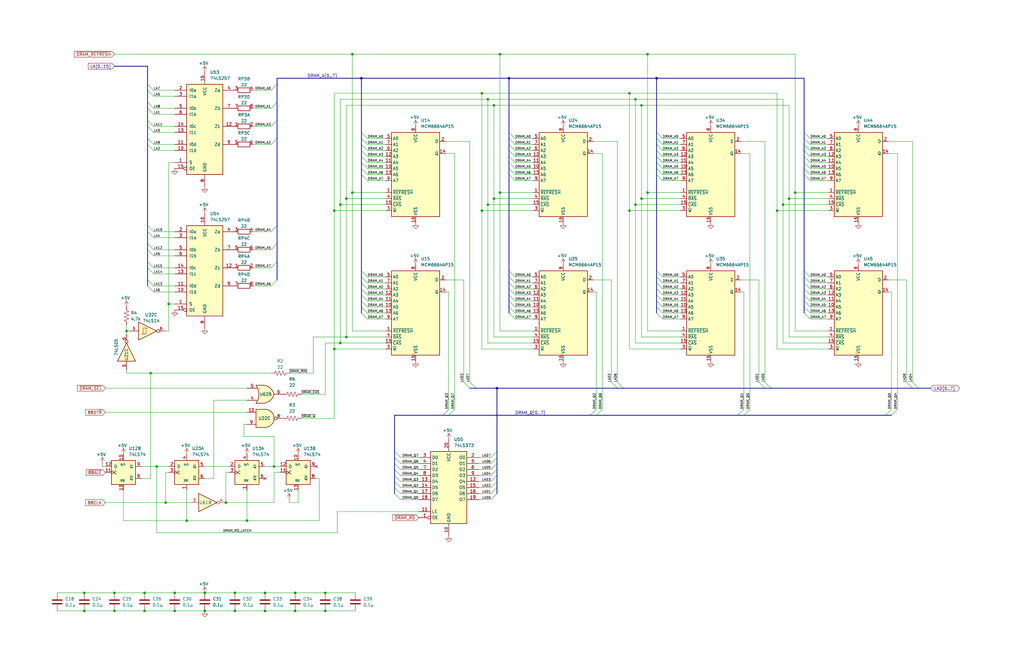
<source format=kicad_sch>
(kicad_sch (version 20231120) (generator "eeschema") (generator_version "8.0")
  (paper "USLedger")
  (title_block (title "PCPI 88Card") (date "2025-01-07") (rev "001-0004-03") (comment 2 "captured by Mark Aikens") (comment 3 "by PCPI") (comment 4 "8088 CPU card with 64K RAM for Apple II computers"))
  (junction (at 205.74 86.36))
  (junction (at 148.59 22.86))
  (junction (at 203.2 88.9))
  (junction (at 208.28 83.82))
  (junction (at 35.56 250.19))
  (junction (at 210.82 22.86))
  (junction (at 270.51 44.45))
  (junction (at 53.34 139.7))
  (junction (at 60.96 257.81))
  (junction (at 48.26 257.81))
  (junction (at 86.36 250.19))
  (junction (at 137.16 257.81))
  (junction (at 335.28 81.28))
  (junction (at 273.05 22.86))
  (junction (at 203.2 39.37))
  (junction (at 86.36 257.81))
  (junction (at 276.86 33.02))
  (junction (at 270.51 83.82))
  (junction (at 273.05 81.28))
  (junction (at 35.56 257.81))
  (junction (at 209.55 163.83))
  (junction (at 214.63 33.02))
  (junction (at 95.25 212.09))
  (junction (at 265.43 88.9))
  (junction (at 140.97 147.32))
  (junction (at 148.59 81.28))
  (junction (at 78.74 219.71))
  (junction (at 99.06 257.81))
  (junction (at 124.46 257.81))
  (junction (at 73.66 250.19))
  (junction (at 267.97 86.36))
  (junction (at 146.05 142.24))
  (junction (at 60.96 250.19))
  (junction (at 111.76 257.81))
  (junction (at 143.51 86.36))
  (junction (at 267.97 41.91))
  (junction (at 330.2 86.36))
  (junction (at 210.82 81.28))
  (junction (at 146.05 83.82))
  (junction (at 265.43 39.37))
  (junction (at 208.28 44.45))
  (junction (at 115.57 196.85))
  (junction (at 66.04 196.85))
  (junction (at 143.51 144.78))
  (junction (at 332.74 83.82))
  (junction (at 104.14 219.71))
  (junction (at 327.66 88.9))
  (junction (at 69.85 212.09))
  (junction (at 111.76 250.19))
  (junction (at 205.74 41.91))
  (junction (at 124.46 250.19))
  (junction (at 63.5 157.48))
  (junction (at 137.16 250.19))
  (junction (at 99.06 250.19))
  (junction (at 152.4 33.02))
  (junction (at 73.66 257.81))
  (junction (at 71.12 128.27))
  (junction (at 48.26 250.19))
  (junction (at 140.97 88.9))
  (no_connect (at 111.76 201.93))
  (no_connect (at 133.35 196.85))
  (bus_entry (at 154.94 76.2) (size -2.54 -2.54))
  (bus_entry (at 154.94 116.84) (size -2.54 -2.54))
  (bus_entry (at 64.77 120.65) (size -2.54 -2.54))
  (bus_entry (at 195.58 161.29) (size 2.54 2.54))
  (bus_entry (at 279.4 116.84) (size -2.54 -2.54))
  (bus_entry (at 154.94 121.92) (size -2.54 -2.54))
  (bus_entry (at 207.01 205.74) (size 2.54 -2.54))
  (bus_entry (at 207.01 208.28) (size 2.54 -2.54))
  (bus_entry (at 154.94 63.5) (size -2.54 -2.54))
  (bus_entry (at 168.91 203.2) (size -2.54 -2.54))
  (bus_entry (at 168.91 200.66) (size -2.54 -2.54))
  (bus_entry (at 341.63 127) (size -2.54 -2.54))
  (bus_entry (at 279.4 124.46) (size -2.54 -2.54))
  (bus_entry (at 279.4 76.2) (size -2.54 -2.54))
  (bus_entry (at 64.77 55.88) (size -2.54 -2.54))
  (bus_entry (at 279.4 132.08) (size -2.54 -2.54))
  (bus_entry (at 217.17 63.5) (size -2.54 -2.54))
  (bus_entry (at 279.4 60.96) (size -2.54 -2.54))
  (bus_entry (at 279.4 129.54) (size -2.54 -2.54))
  (bus_entry (at 114.3 113.03) (size 2.54 -2.54))
  (bus_entry (at 341.63 129.54) (size -2.54 -2.54))
  (bus_entry (at 217.17 127) (size -2.54 -2.54))
  (bus_entry (at 168.91 205.74) (size -2.54 -2.54))
  (bus_entry (at 64.77 100.33) (size -2.54 -2.54))
  (bus_entry (at 207.01 195.58) (size 2.54 -2.54))
  (bus_entry (at 64.77 105.41) (size -2.54 -2.54))
  (bus_entry (at 341.63 124.46) (size -2.54 -2.54))
  (bus_entry (at 217.17 66.04) (size -2.54 -2.54))
  (bus_entry (at 375.92 172.72) (size -2.54 2.54))
  (bus_entry (at 207.01 210.82) (size 2.54 -2.54))
  (bus_entry (at 64.77 115.57) (size -2.54 -2.54))
  (bus_entry (at 114.3 45.72) (size 2.54 -2.54))
  (bus_entry (at 64.77 48.26) (size -2.54 -2.54))
  (bus_entry (at 217.17 124.46) (size -2.54 -2.54))
  (bus_entry (at 279.4 66.04) (size -2.54 -2.54))
  (bus_entry (at 279.4 73.66) (size -2.54 -2.54))
  (bus_entry (at 217.17 73.66) (size -2.54 -2.54))
  (bus_entry (at 64.77 40.64) (size -2.54 -2.54))
  (bus_entry (at 341.63 76.2) (size -2.54 -2.54))
  (bus_entry (at 279.4 68.58) (size -2.54 -2.54))
  (bus_entry (at 279.4 127) (size -2.54 -2.54))
  (bus_entry (at 341.63 134.62) (size -2.54 -2.54))
  (bus_entry (at 251.46 172.72) (size -2.54 2.54))
  (bus_entry (at 207.01 193.04) (size 2.54 -2.54))
  (bus_entry (at 207.01 200.66) (size 2.54 -2.54))
  (bus_entry (at 257.81 161.29) (size 2.54 2.54))
  (bus_entry (at 217.17 71.12) (size -2.54 -2.54))
  (bus_entry (at 341.63 119.38) (size -2.54 -2.54))
  (bus_entry (at 64.77 45.72) (size -2.54 -2.54))
  (bus_entry (at 114.3 105.41) (size 2.54 -2.54))
  (bus_entry (at 64.77 107.95) (size -2.54 -2.54))
  (bus_entry (at 168.91 210.82) (size -2.54 -2.54))
  (bus_entry (at 322.58 161.29) (size 2.54 2.54))
  (bus_entry (at 114.3 53.34) (size 2.54 -2.54))
  (bus_entry (at 154.94 119.38) (size -2.54 -2.54))
  (bus_entry (at 64.77 53.34) (size -2.54 -2.54))
  (bus_entry (at 254 172.72) (size -2.54 2.54))
  (bus_entry (at 64.77 113.03) (size -2.54 -2.54))
  (bus_entry (at 341.63 60.96) (size -2.54 -2.54))
  (bus_entry (at 279.4 134.62) (size -2.54 -2.54))
  (bus_entry (at 341.63 63.5) (size -2.54 -2.54))
  (bus_entry (at 320.04 161.29) (size 2.54 2.54))
  (bus_entry (at 154.94 58.42) (size -2.54 -2.54))
  (bus_entry (at 154.94 71.12) (size -2.54 -2.54))
  (bus_entry (at 217.17 76.2) (size -2.54 -2.54))
  (bus_entry (at 64.77 97.79) (size -2.54 -2.54))
  (bus_entry (at 64.77 38.1) (size -2.54 -2.54))
  (bus_entry (at 378.46 172.72) (size -2.54 2.54))
  (bus_entry (at 341.63 66.04) (size -2.54 -2.54))
  (bus_entry (at 341.63 121.92) (size -2.54 -2.54))
  (bus_entry (at 382.27 161.29) (size 2.54 2.54))
  (bus_entry (at 168.91 208.28) (size -2.54 -2.54))
  (bus_entry (at 64.77 60.96) (size -2.54 -2.54))
  (bus_entry (at 64.77 63.5) (size -2.54 -2.54))
  (bus_entry (at 260.35 161.29) (size 2.54 2.54))
  (bus_entry (at 154.94 66.04) (size -2.54 -2.54))
  (bus_entry (at 316.23 172.72) (size -2.54 2.54))
  (bus_entry (at 217.17 60.96) (size -2.54 -2.54))
  (bus_entry (at 154.94 68.58) (size -2.54 -2.54))
  (bus_entry (at 154.94 60.96) (size -2.54 -2.54))
  (bus_entry (at 217.17 132.08) (size -2.54 -2.54))
  (bus_entry (at 217.17 116.84) (size -2.54 -2.54))
  (bus_entry (at 114.3 60.96) (size 2.54 -2.54))
  (bus_entry (at 168.91 195.58) (size -2.54 -2.54))
  (bus_entry (at 207.01 198.12) (size 2.54 -2.54))
  (bus_entry (at 279.4 58.42) (size -2.54 -2.54))
  (bus_entry (at 217.17 58.42) (size -2.54 -2.54))
  (bus_entry (at 168.91 193.04) (size -2.54 -2.54))
  (bus_entry (at 114.3 97.79) (size 2.54 -2.54))
  (bus_entry (at 154.94 73.66) (size -2.54 -2.54))
  (bus_entry (at 217.17 119.38) (size -2.54 -2.54))
  (bus_entry (at 217.17 121.92) (size -2.54 -2.54))
  (bus_entry (at 313.69 172.72) (size -2.54 2.54))
  (bus_entry (at 384.81 161.29) (size 2.54 2.54))
  (bus_entry (at 341.63 73.66) (size -2.54 -2.54))
  (bus_entry (at 207.01 203.2) (size 2.54 -2.54))
  (bus_entry (at 341.63 58.42) (size -2.54 -2.54))
  (bus_entry (at 341.63 116.84) (size -2.54 -2.54))
  (bus_entry (at 114.3 38.1) (size 2.54 -2.54))
  (bus_entry (at 217.17 129.54) (size -2.54 -2.54))
  (bus_entry (at 154.94 124.46) (size -2.54 -2.54))
  (bus_entry (at 279.4 121.92) (size -2.54 -2.54))
  (bus_entry (at 189.23 172.72) (size -2.54 2.54))
  (bus_entry (at 341.63 71.12) (size -2.54 -2.54))
  (bus_entry (at 154.94 127) (size -2.54 -2.54))
  (bus_entry (at 217.17 134.62) (size -2.54 -2.54))
  (bus_entry (at 64.77 123.19) (size -2.54 -2.54))
  (bus_entry (at 279.4 119.38) (size -2.54 -2.54))
  (bus_entry (at 154.94 129.54) (size -2.54 -2.54))
  (bus_entry (at 154.94 134.62) (size -2.54 -2.54))
  (bus_entry (at 154.94 132.08) (size -2.54 -2.54))
  (bus_entry (at 168.91 198.12) (size -2.54 -2.54))
  (bus_entry (at 341.63 68.58) (size -2.54 -2.54))
  (bus_entry (at 341.63 132.08) (size -2.54 -2.54))
  (bus_entry (at 279.4 63.5) (size -2.54 -2.54))
  (bus_entry (at 198.12 161.29) (size 2.54 2.54))
  (bus_entry (at 217.17 68.58) (size -2.54 -2.54))
  (bus_entry (at 191.77 172.72) (size -2.54 2.54))
  (bus_entry (at 279.4 71.12) (size -2.54 -2.54))
  (bus_entry (at 114.3 120.65) (size 2.54 -2.54))
  (wire (pts (xy 154.94 76.2) (xy 162.56 76.2)))
  (wire (pts (xy 140.97 88.9) (xy 140.97 147.32)))
  (wire (pts (xy 210.82 81.28) (xy 224.79 81.28)))
  (bus (pts (xy 276.86 127) (xy 276.86 129.54)))
  (wire (pts (xy 374.65 123.19) (xy 375.92 123.19)))
  (wire (pts (xy 104.14 219.71) (xy 104.14 207.01)))
  (wire (pts (xy 335.28 139.7) (xy 349.25 139.7)))
  (bus (pts (xy 166.37 175.26) (xy 186.69 175.26)))
  (wire (pts (xy 114.3 38.1) (xy 106.68 38.1)))
  (bus (pts (xy 276.86 119.38) (xy 276.86 121.92)))
  (wire (pts (xy 217.17 134.62) (xy 224.79 134.62)))
  (bus (pts (xy 339.09 119.38) (xy 339.09 121.92)))
  (bus (pts (xy 62.23 113.03) (xy 62.23 118.11)))
  (bus (pts (xy 214.63 71.12) (xy 214.63 73.66)))
  (bus (pts (xy 248.92 175.26) (xy 251.46 175.26)))
  (wire (pts (xy 114.3 120.65) (xy 106.68 120.65)))
  (wire (pts (xy 312.42 123.19) (xy 313.69 123.19)))
  (wire (pts (xy 265.43 88.9) (xy 265.43 147.32)))
  (bus (pts (xy 62.23 118.11) (xy 62.23 120.65)))
  (wire (pts (xy 187.96 59.69) (xy 198.12 59.69)))
  (wire (pts (xy 267.97 144.78) (xy 287.02 144.78)))
  (wire (pts (xy 143.51 41.91) (xy 143.51 86.36)))
  (wire (pts (xy 279.4 129.54) (xy 287.02 129.54)))
  (wire (pts (xy 257.81 118.11) (xy 257.81 161.29)))
  (bus (pts (xy 189.23 175.26) (xy 248.92 175.26)))
  (wire (pts (xy 104.14 219.71) (xy 134.62 219.71)))
  (bus (pts (xy 313.69 175.26) (xy 373.38 175.26)))
  (wire (pts (xy 43.18 196.85) (xy 43.18 195.58)))
  (bus (pts (xy 339.09 116.84) (xy 339.09 119.38)))
  (wire (pts (xy 154.94 134.62) (xy 162.56 134.62)))
  (wire (pts (xy 176.53 208.28) (xy 168.91 208.28)))
  (wire (pts (xy 148.59 139.7) (xy 162.56 139.7)))
  (wire (pts (xy 64.77 105.41) (xy 73.66 105.41)))
  (bus (pts (xy 262.89 163.83) (xy 322.58 163.83)))
  (wire (pts (xy 205.74 41.91) (xy 267.97 41.91)))
  (bus (pts (xy 276.86 60.96) (xy 276.86 58.42)))
  (wire (pts (xy 217.17 121.92) (xy 224.79 121.92)))
  (wire (pts (xy 146.05 83.82) (xy 146.05 44.45)))
  (wire (pts (xy 320.04 118.11) (xy 320.04 161.29)))
  (wire (pts (xy 154.94 129.54) (xy 162.56 129.54)))
  (wire (pts (xy 102.87 184.15) (xy 102.87 179.07)))
  (bus (pts (xy 152.4 73.66) (xy 152.4 114.3)))
  (bus (pts (xy 166.37 198.12) (xy 166.37 200.66)))
  (wire (pts (xy 341.63 66.04) (xy 349.25 66.04)))
  (wire (pts (xy 279.4 73.66) (xy 287.02 73.66)))
  (wire (pts (xy 134.62 201.93) (xy 134.62 219.71)))
  (bus (pts (xy 214.63 60.96) (xy 214.63 63.5)))
  (wire (pts (xy 154.94 116.84) (xy 162.56 116.84)))
  (wire (pts (xy 44.45 196.85) (xy 43.18 196.85)))
  (wire (pts (xy 95.25 199.39) (xy 95.25 212.09)))
  (wire (pts (xy 140.97 39.37) (xy 140.97 88.9)))
  (wire (pts (xy 121.92 212.09) (xy 121.92 210.82)))
  (wire (pts (xy 154.94 60.96) (xy 162.56 60.96)))
  (wire (pts (xy 270.51 83.82) (xy 270.51 142.24)))
  (wire (pts (xy 154.94 66.04) (xy 162.56 66.04)))
  (wire (pts (xy 176.53 193.04) (xy 168.91 193.04)))
  (wire (pts (xy 148.59 81.28) (xy 162.56 81.28)))
  (wire (pts (xy 148.59 22.86) (xy 148.59 81.28)))
  (wire (pts (xy 341.63 63.5) (xy 349.25 63.5)))
  (wire (pts (xy 115.57 196.85) (xy 115.57 184.15)))
  (bus (pts (xy 166.37 203.2) (xy 166.37 205.74)))
  (wire (pts (xy 265.43 39.37) (xy 265.43 88.9)))
  (wire (pts (xy 64.77 63.5) (xy 73.66 63.5)))
  (wire (pts (xy 312.42 118.11) (xy 320.04 118.11)))
  (wire (pts (xy 73.66 250.19) (xy 86.36 250.19)))
  (wire (pts (xy 341.63 116.84) (xy 349.25 116.84)))
  (bus (pts (xy 276.86 68.58) (xy 276.86 71.12)))
  (wire (pts (xy 341.63 73.66) (xy 349.25 73.66)))
  (wire (pts (xy 195.58 118.11) (xy 195.58 161.29)))
  (wire (pts (xy 64.77 48.26) (xy 73.66 48.26)))
  (wire (pts (xy 375.92 123.19) (xy 375.92 172.72)))
  (bus (pts (xy 166.37 193.04) (xy 166.37 195.58)))
  (bus (pts (xy 166.37 195.58) (xy 166.37 198.12)))
  (bus (pts (xy 325.12 163.83) (xy 384.81 163.83)))
  (bus (pts (xy 200.66 163.83) (xy 209.55 163.83)))
  (wire (pts (xy 201.93 210.82) (xy 207.01 210.82)))
  (bus (pts (xy 339.09 127) (xy 339.09 129.54)))
  (bus (pts (xy 276.86 114.3) (xy 276.86 116.84)))
  (bus (pts (xy 276.86 66.04) (xy 276.86 68.58)))
  (wire (pts (xy 250.19 64.77) (xy 254 64.77)))
  (bus (pts (xy 152.4 124.46) (xy 152.4 127)))
  (bus (pts (xy 62.23 45.72) (xy 62.23 50.8)))
  (wire (pts (xy 322.58 59.69) (xy 322.58 161.29)))
  (wire (pts (xy 217.17 129.54) (xy 224.79 129.54)))
  (wire (pts (xy 279.4 71.12) (xy 287.02 71.12)))
  (bus (pts (xy 214.63 114.3) (xy 214.63 116.84)))
  (bus (pts (xy 116.84 102.87) (xy 116.84 110.49)))
  (wire (pts (xy 201.93 193.04) (xy 207.01 193.04)))
  (wire (pts (xy 114.3 113.03) (xy 106.68 113.03)))
  (wire (pts (xy 341.63 124.46) (xy 349.25 124.46)))
  (wire (pts (xy 154.94 119.38) (xy 162.56 119.38)))
  (wire (pts (xy 64.77 55.88) (xy 73.66 55.88)))
  (wire (pts (xy 71.12 139.7) (xy 71.12 128.27)))
  (wire (pts (xy 176.53 210.82) (xy 168.91 210.82)))
  (wire (pts (xy 154.94 127) (xy 162.56 127)))
  (wire (pts (xy 201.93 200.66) (xy 207.01 200.66)))
  (wire (pts (xy 86.36 196.85) (xy 96.52 196.85)))
  (wire (pts (xy 60.96 257.81) (xy 73.66 257.81)))
  (wire (pts (xy 217.17 127) (xy 224.79 127)))
  (bus (pts (xy 276.86 60.96) (xy 276.86 63.5)))
  (wire (pts (xy 132.08 142.24) (xy 146.05 142.24)))
  (bus (pts (xy 214.63 58.42) (xy 214.63 55.88)))
  (wire (pts (xy 44.45 173.99) (xy 104.14 173.99)))
  (wire (pts (xy 154.94 71.12) (xy 162.56 71.12)))
  (wire (pts (xy 44.45 163.83) (xy 104.14 163.83)))
  (bus (pts (xy 214.63 68.58) (xy 214.63 71.12)))
  (wire (pts (xy 64.77 45.72) (xy 73.66 45.72)))
  (bus (pts (xy 339.09 66.04) (xy 339.09 68.58)))
  (wire (pts (xy 279.4 68.58) (xy 287.02 68.58)))
  (wire (pts (xy 64.77 123.19) (xy 73.66 123.19)))
  (bus (pts (xy 209.55 198.12) (xy 209.55 200.66)))
  (wire (pts (xy 176.53 200.66) (xy 168.91 200.66)))
  (wire (pts (xy 279.4 127) (xy 287.02 127)))
  (bus (pts (xy 214.63 73.66) (xy 214.63 114.3)))
  (bus (pts (xy 339.09 60.96) (xy 339.09 63.5)))
  (wire (pts (xy 146.05 142.24) (xy 162.56 142.24)))
  (wire (pts (xy 267.97 41.91) (xy 330.2 41.91)))
  (bus (pts (xy 214.63 124.46) (xy 214.63 127)))
  (wire (pts (xy 80.01 212.09) (xy 69.85 212.09)))
  (wire (pts (xy 327.66 88.9) (xy 327.66 147.32)))
  (wire (pts (xy 330.2 41.91) (xy 330.2 86.36)))
  (wire (pts (xy 332.74 142.24) (xy 349.25 142.24)))
  (wire (pts (xy 208.28 44.45) (xy 270.51 44.45)))
  (bus (pts (xy 214.63 127) (xy 214.63 129.54)))
  (bus (pts (xy 152.4 129.54) (xy 152.4 132.08)))
  (wire (pts (xy 250.19 123.19) (xy 251.46 123.19)))
  (wire (pts (xy 35.56 257.81) (xy 48.26 257.81)))
  (bus (pts (xy 387.35 163.83) (xy 392.43 163.83)))
  (wire (pts (xy 217.17 66.04) (xy 224.79 66.04)))
  (bus (pts (xy 276.86 121.92) (xy 276.86 124.46)))
  (bus (pts (xy 166.37 175.26) (xy 166.37 190.5)))
  (bus (pts (xy 62.23 50.8) (xy 62.23 53.34)))
  (wire (pts (xy 341.63 134.62) (xy 349.25 134.62)))
  (wire (pts (xy 146.05 83.82) (xy 162.56 83.82)))
  (wire (pts (xy 201.93 205.74) (xy 207.01 205.74)))
  (wire (pts (xy 341.63 127) (xy 349.25 127)))
  (wire (pts (xy 265.43 39.37) (xy 327.66 39.37)))
  (wire (pts (xy 341.63 132.08) (xy 349.25 132.08)))
  (wire (pts (xy 71.12 128.27) (xy 71.12 68.58)))
  (wire (pts (xy 316.23 64.77) (xy 316.23 172.72)))
  (wire (pts (xy 24.13 250.19) (xy 35.56 250.19)))
  (wire (pts (xy 205.74 86.36) (xy 224.79 86.36)))
  (bus (pts (xy 339.09 121.92) (xy 339.09 124.46)))
  (wire (pts (xy 154.94 132.08) (xy 162.56 132.08)))
  (wire (pts (xy 71.12 68.58) (xy 73.66 68.58)))
  (wire (pts (xy 114.3 60.96) (xy 106.68 60.96)))
  (bus (pts (xy 62.23 27.94) (xy 62.23 35.56)))
  (wire (pts (xy 279.4 124.46) (xy 287.02 124.46)))
  (wire (pts (xy 140.97 88.9) (xy 162.56 88.9)))
  (wire (pts (xy 341.63 129.54) (xy 349.25 129.54)))
  (wire (pts (xy 115.57 212.09) (xy 95.25 212.09)))
  (wire (pts (xy 127 166.37) (xy 137.16 166.37)))
  (wire (pts (xy 217.17 116.84) (xy 224.79 116.84)))
  (wire (pts (xy 114.3 105.41) (xy 106.68 105.41)))
  (wire (pts (xy 217.17 132.08) (xy 224.79 132.08)))
  (bus (pts (xy 152.4 33.02) (xy 152.4 55.88)))
  (bus (pts (xy 384.81 163.83) (xy 387.35 163.83)))
  (bus (pts (xy 214.63 66.04) (xy 214.63 68.58)))
  (wire (pts (xy 217.17 60.96) (xy 224.79 60.96)))
  (wire (pts (xy 330.2 86.36) (xy 330.2 144.78)))
  (bus (pts (xy 116.84 33.02) (xy 152.4 33.02)))
  (bus (pts (xy 339.09 68.58) (xy 339.09 71.12)))
  (bus (pts (xy 152.4 127) (xy 152.4 129.54)))
  (bus (pts (xy 166.37 205.74) (xy 166.37 208.28)))
  (wire (pts (xy 327.66 39.37) (xy 327.66 88.9)))
  (wire (pts (xy 265.43 147.32) (xy 287.02 147.32)))
  (bus (pts (xy 311.15 175.26) (xy 313.69 175.26)))
  (wire (pts (xy 201.93 203.2) (xy 207.01 203.2)))
  (bus (pts (xy 214.63 129.54) (xy 214.63 132.08)))
  (wire (pts (xy 187.96 64.77) (xy 191.77 64.77)))
  (wire (pts (xy 279.4 63.5) (xy 287.02 63.5)))
  (wire (pts (xy 208.28 83.82) (xy 224.79 83.82)))
  (wire (pts (xy 330.2 86.36) (xy 349.25 86.36)))
  (wire (pts (xy 114.3 53.34) (xy 106.68 53.34)))
  (wire (pts (xy 203.2 88.9) (xy 224.79 88.9)))
  (bus (pts (xy 186.69 175.26) (xy 189.23 175.26)))
  (bus (pts (xy 62.23 95.25) (xy 62.23 97.79)))
  (wire (pts (xy 95.25 199.39) (xy 96.52 199.39)))
  (bus (pts (xy 339.09 55.88) (xy 339.09 58.42)))
  (wire (pts (xy 64.77 38.1) (xy 73.66 38.1)))
  (bus (pts (xy 276.86 124.46) (xy 276.86 127)))
  (wire (pts (xy 210.82 139.7) (xy 224.79 139.7)))
  (wire (pts (xy 154.94 124.46) (xy 162.56 124.46)))
  (bus (pts (xy 62.23 60.96) (xy 62.23 95.25)))
  (wire (pts (xy 111.76 196.85) (xy 115.57 196.85)))
  (bus (pts (xy 276.86 71.12) (xy 276.86 73.66)))
  (wire (pts (xy 52.07 219.71) (xy 52.07 207.01)))
  (bus (pts (xy 62.23 110.49) (xy 62.23 113.03)))
  (bus (pts (xy 152.4 58.42) (xy 152.4 60.96)))
  (wire (pts (xy 115.57 184.15) (xy 102.87 184.15)))
  (wire (pts (xy 69.85 139.7) (xy 71.12 139.7)))
  (wire (pts (xy 154.94 58.42) (xy 162.56 58.42)))
  (wire (pts (xy 191.77 64.77) (xy 191.77 172.72)))
  (wire (pts (xy 210.82 22.86) (xy 273.05 22.86)))
  (bus (pts (xy 339.09 63.5) (xy 339.09 66.04)))
  (wire (pts (xy 279.4 132.08) (xy 287.02 132.08)))
  (wire (pts (xy 270.51 44.45) (xy 332.74 44.45)))
  (wire (pts (xy 270.51 83.82) (xy 287.02 83.82)))
  (bus (pts (xy 209.55 203.2) (xy 209.55 205.74)))
  (bus (pts (xy 152.4 60.96) (xy 152.4 63.5)))
  (bus (pts (xy 209.55 200.66) (xy 209.55 203.2)))
  (wire (pts (xy 273.05 139.7) (xy 287.02 139.7)))
  (wire (pts (xy 78.74 207.01) (xy 78.74 219.71)))
  (wire (pts (xy 137.16 257.81) (xy 149.86 257.81)))
  (wire (pts (xy 279.4 76.2) (xy 287.02 76.2)))
  (wire (pts (xy 115.57 196.85) (xy 118.11 196.85)))
  (bus (pts (xy 339.09 129.54) (xy 339.09 132.08)))
  (bus (pts (xy 339.09 124.46) (xy 339.09 127)))
  (bus (pts (xy 276.86 63.5) (xy 276.86 66.04)))
  (wire (pts (xy 48.26 250.19) (xy 60.96 250.19)))
  (bus (pts (xy 62.23 53.34) (xy 62.23 58.42)))
  (wire (pts (xy 115.57 199.39) (xy 115.57 212.09)))
  (bus (pts (xy 62.23 35.56) (xy 62.23 38.1)))
  (wire (pts (xy 60.96 250.19) (xy 73.66 250.19)))
  (wire (pts (xy 111.76 250.19) (xy 124.46 250.19)))
  (wire (pts (xy 125.73 207.01) (xy 125.73 212.09)))
  (wire (pts (xy 217.17 73.66) (xy 224.79 73.66)))
  (bus (pts (xy 276.86 129.54) (xy 276.86 132.08)))
  (wire (pts (xy 86.36 257.81) (xy 99.06 257.81)))
  (wire (pts (xy 217.17 124.46) (xy 224.79 124.46)))
  (bus (pts (xy 276.86 73.66) (xy 276.86 114.3)))
  (bus (pts (xy 62.23 38.1) (xy 62.23 43.18)))
  (wire (pts (xy 279.4 121.92) (xy 287.02 121.92)))
  (wire (pts (xy 86.36 250.19) (xy 99.06 250.19)))
  (bus (pts (xy 152.4 119.38) (xy 152.4 121.92)))
  (wire (pts (xy 64.77 60.96) (xy 73.66 60.96)))
  (wire (pts (xy 312.42 59.69) (xy 322.58 59.69)))
  (wire (pts (xy 64.77 113.03) (xy 73.66 113.03)))
  (wire (pts (xy 137.16 144.78) (xy 143.51 144.78)))
  (bus (pts (xy 209.55 163.83) (xy 209.55 190.5)))
  (wire (pts (xy 201.93 208.28) (xy 207.01 208.28)))
  (wire (pts (xy 384.81 59.69) (xy 384.81 161.29)))
  (wire (pts (xy 69.85 212.09) (xy 44.45 212.09)))
  (wire (pts (xy 176.53 195.58) (xy 168.91 195.58)))
  (bus (pts (xy 152.4 68.58) (xy 152.4 71.12)))
  (bus (pts (xy 339.09 114.3) (xy 339.09 116.84)))
  (wire (pts (xy 205.74 41.91) (xy 205.74 86.36)))
  (bus (pts (xy 214.63 60.96) (xy 214.63 58.42)))
  (wire (pts (xy 90.17 168.91) (xy 90.17 201.93)))
  (wire (pts (xy 64.77 97.79) (xy 73.66 97.79)))
  (wire (pts (xy 210.82 22.86) (xy 210.82 81.28)))
  (bus (pts (xy 62.23 58.42) (xy 62.23 60.96)))
  (wire (pts (xy 201.93 198.12) (xy 207.01 198.12)))
  (wire (pts (xy 73.66 257.81) (xy 86.36 257.81)))
  (wire (pts (xy 53.34 140.97) (xy 53.34 139.7)))
  (wire (pts (xy 124.46 257.81) (xy 137.16 257.81)))
  (wire (pts (xy 69.85 199.39) (xy 71.12 199.39)))
  (bus (pts (xy 339.09 58.42) (xy 339.09 60.96)))
  (wire (pts (xy 53.34 157.48) (xy 53.34 156.21)))
  (bus (pts (xy 339.09 71.12) (xy 339.09 73.66)))
  (wire (pts (xy 140.97 176.53) (xy 140.97 147.32)))
  (bus (pts (xy 209.55 195.58) (xy 209.55 198.12)))
  (wire (pts (xy 114.3 45.72) (xy 106.68 45.72)))
  (wire (pts (xy 66.04 224.79) (xy 66.04 196.85)))
  (wire (pts (xy 64.77 115.57) (xy 73.66 115.57)))
  (wire (pts (xy 146.05 83.82) (xy 146.05 142.24)))
  (bus (pts (xy 276.86 55.88) (xy 276.86 33.02)))
  (wire (pts (xy 154.94 121.92) (xy 162.56 121.92)))
  (wire (pts (xy 279.4 60.96) (xy 287.02 60.96)))
  (bus (pts (xy 214.63 119.38) (xy 214.63 121.92)))
  (bus (pts (xy 62.23 105.41) (xy 62.23 110.49)))
  (wire (pts (xy 217.17 63.5) (xy 224.79 63.5)))
  (bus (pts (xy 373.38 175.26) (xy 375.92 175.26)))
  (wire (pts (xy 273.05 22.86) (xy 335.28 22.86)))
  (bus (pts (xy 214.63 116.84) (xy 214.63 119.38)))
  (bus (pts (xy 116.84 50.8) (xy 116.84 58.42)))
  (bus (pts (xy 62.23 97.79) (xy 62.23 102.87)))
  (wire (pts (xy 267.97 86.36) (xy 287.02 86.36)))
  (wire (pts (xy 102.87 179.07) (xy 104.14 179.07)))
  (wire (pts (xy 143.51 144.78) (xy 162.56 144.78)))
  (wire (pts (xy 335.28 81.28) (xy 349.25 81.28)))
  (wire (pts (xy 118.11 199.39) (xy 115.57 199.39)))
  (wire (pts (xy 64.77 107.95) (xy 73.66 107.95)))
  (wire (pts (xy 24.13 257.81) (xy 35.56 257.81)))
  (wire (pts (xy 208.28 44.45) (xy 208.28 83.82)))
  (wire (pts (xy 86.36 201.93) (xy 90.17 201.93)))
  (wire (pts (xy 312.42 64.77) (xy 316.23 64.77)))
  (wire (pts (xy 66.04 196.85) (xy 71.12 196.85)))
  (wire (pts (xy 341.63 71.12) (xy 349.25 71.12)))
  (wire (pts (xy 265.43 88.9) (xy 287.02 88.9)))
  (wire (pts (xy 341.63 119.38) (xy 349.25 119.38)))
  (wire (pts (xy 203.2 88.9) (xy 203.2 147.32)))
  (wire (pts (xy 203.2 147.32) (xy 224.79 147.32)))
  (bus (pts (xy 276.86 58.42) (xy 276.86 55.88)))
  (wire (pts (xy 208.28 83.82) (xy 208.28 142.24)))
  (wire (pts (xy 143.51 86.36) (xy 162.56 86.36)))
  (wire (pts (xy 125.73 212.09) (xy 121.92 212.09)))
  (wire (pts (xy 341.63 121.92) (xy 349.25 121.92)))
  (wire (pts (xy 176.53 198.12) (xy 168.91 198.12)))
  (wire (pts (xy 64.77 40.64) (xy 73.66 40.64)))
  (wire (pts (xy 73.66 128.27) (xy 71.12 128.27)))
  (wire (pts (xy 205.74 144.78) (xy 224.79 144.78)))
  (wire (pts (xy 378.46 64.77) (xy 378.46 172.72)))
  (bus (pts (xy 214.63 121.92) (xy 214.63 124.46)))
  (wire (pts (xy 382.27 118.11) (xy 382.27 161.29)))
  (wire (pts (xy 327.66 88.9) (xy 349.25 88.9)))
  (wire (pts (xy 53.34 139.7) (xy 54.61 139.7)))
  (wire (pts (xy 217.17 58.42) (xy 224.79 58.42)))
  (wire (pts (xy 99.06 257.81) (xy 111.76 257.81)))
  (bus (pts (xy 260.35 163.83) (xy 262.89 163.83)))
  (bus (pts (xy 209.55 193.04) (xy 209.55 195.58)))
  (wire (pts (xy 270.51 44.45) (xy 270.51 83.82)))
  (wire (pts (xy 250.19 59.69) (xy 260.35 59.69)))
  (bus (pts (xy 152.4 116.84) (xy 152.4 119.38)))
  (bus (pts (xy 166.37 200.66) (xy 166.37 203.2)))
  (bus (pts (xy 251.46 175.26) (xy 311.15 175.26)))
  (wire (pts (xy 279.4 58.42) (xy 287.02 58.42)))
  (wire (pts (xy 279.4 116.84) (xy 287.02 116.84)))
  (wire (pts (xy 52.07 219.71) (xy 78.74 219.71)))
  (wire (pts (xy 132.08 142.24) (xy 132.08 157.48)))
  (wire (pts (xy 187.96 123.19) (xy 189.23 123.19)))
  (bus (pts (xy 209.55 190.5) (xy 209.55 193.04)))
  (bus (pts (xy 209.55 163.83) (xy 260.35 163.83)))
  (wire (pts (xy 59.69 201.93) (xy 63.5 201.93)))
  (wire (pts (xy 78.74 219.71) (xy 104.14 219.71)))
  (wire (pts (xy 327.66 147.32) (xy 349.25 147.32)))
  (wire (pts (xy 335.28 22.86) (xy 335.28 81.28)))
  (wire (pts (xy 48.26 257.81) (xy 60.96 257.81)))
  (wire (pts (xy 279.4 134.62) (xy 287.02 134.62)))
  (wire (pts (xy 374.65 59.69) (xy 384.81 59.69)))
  (wire (pts (xy 279.4 66.04) (xy 287.02 66.04)))
  (wire (pts (xy 66.04 224.79) (xy 142.24 224.79)))
  (wire (pts (xy 176.53 203.2) (xy 168.91 203.2)))
  (wire (pts (xy 176.53 205.74) (xy 168.91 205.74)))
  (bus (pts (xy 276.86 116.84) (xy 276.86 119.38)))
  (bus (pts (xy 214.63 63.5) (xy 214.63 66.04)))
  (bus (pts (xy 116.84 58.42) (xy 116.84 95.25)))
  (wire (pts (xy 273.05 22.86) (xy 273.05 81.28)))
  (wire (pts (xy 142.24 215.9) (xy 142.24 224.79)))
  (wire (pts (xy 63.5 157.48) (xy 53.34 157.48)))
  (wire (pts (xy 63.5 157.48) (xy 63.5 201.93)))
  (wire (pts (xy 250.19 118.11) (xy 257.81 118.11)))
  (wire (pts (xy 140.97 39.37) (xy 203.2 39.37)))
  (wire (pts (xy 140.97 147.32) (xy 162.56 147.32)))
  (wire (pts (xy 341.63 58.42) (xy 349.25 58.42)))
  (wire (pts (xy 90.17 168.91) (xy 104.14 168.91)))
  (wire (pts (xy 148.59 22.86) (xy 210.82 22.86)))
  (bus (pts (xy 116.84 95.25) (xy 116.84 102.87)))
  (wire (pts (xy 143.51 86.36) (xy 143.51 144.78)))
  (wire (pts (xy 335.28 81.28) (xy 335.28 139.7)))
  (wire (pts (xy 64.77 100.33) (xy 73.66 100.33)))
  (bus (pts (xy 322.58 163.83) (xy 325.12 163.83)))
  (bus (pts (xy 339.09 33.02) (xy 339.09 55.88)))
  (wire (pts (xy 133.35 201.93) (xy 134.62 201.93)))
  (wire (pts (xy 69.85 199.39) (xy 69.85 212.09)))
  (bus (pts (xy 209.55 205.74) (xy 209.55 208.28)))
  (wire (pts (xy 127 176.53) (xy 140.97 176.53)))
  (wire (pts (xy 267.97 86.36) (xy 267.97 144.78)))
  (wire (pts (xy 146.05 44.45) (xy 208.28 44.45)))
  (bus (pts (xy 152.4 71.12) (xy 152.4 73.66)))
  (wire (pts (xy 203.2 39.37) (xy 265.43 39.37)))
  (bus (pts (xy 198.12 163.83) (xy 200.66 163.83)))
  (bus (pts (xy 62.23 102.87) (xy 62.23 105.41)))
  (wire (pts (xy 154.94 73.66) (xy 162.56 73.66)))
  (wire (pts (xy 35.56 250.19) (xy 48.26 250.19)))
  (wire (pts (xy 273.05 81.28) (xy 287.02 81.28)))
  (wire (pts (xy 313.69 123.19) (xy 313.69 172.72)))
  (bus (pts (xy 152.4 63.5) (xy 152.4 66.04)))
  (wire (pts (xy 205.74 86.36) (xy 205.74 144.78)))
  (wire (pts (xy 374.65 64.77) (xy 378.46 64.77)))
  (wire (pts (xy 341.63 68.58) (xy 349.25 68.58)))
  (bus (pts (xy 62.23 43.18) (xy 62.23 45.72)))
  (wire (pts (xy 374.65 118.11) (xy 382.27 118.11)))
  (wire (pts (xy 260.35 59.69) (xy 260.35 161.29)))
  (wire (pts (xy 64.77 120.65) (xy 73.66 120.65)))
  (wire (pts (xy 195.58 118.11) (xy 187.96 118.11)))
  (wire (pts (xy 111.76 257.81) (xy 124.46 257.81)))
  (wire (pts (xy 201.93 195.58) (xy 207.01 195.58)))
  (bus (pts (xy 152.4 33.02) (xy 214.63 33.02)))
  (wire (pts (xy 279.4 119.38) (xy 287.02 119.38)))
  (wire (pts (xy 114.3 97.79) (xy 106.68 97.79)))
  (bus (pts (xy 166.37 190.5) (xy 166.37 193.04)))
  (wire (pts (xy 176.53 215.9) (xy 142.24 215.9)))
  (bus (pts (xy 116.84 33.02) (xy 116.84 35.56)))
  (wire (pts (xy 330.2 144.78) (xy 349.25 144.78)))
  (wire (pts (xy 251.46 123.19) (xy 251.46 172.72)))
  (wire (pts (xy 254 64.77) (xy 254 172.72)))
  (wire (pts (xy 137.16 166.37) (xy 137.16 144.78)))
  (wire (pts (xy 332.74 83.82) (xy 332.74 142.24)))
  (wire (pts (xy 143.51 41.91) (xy 205.74 41.91)))
  (wire (pts (xy 217.17 76.2) (xy 224.79 76.2)))
  (wire (pts (xy 332.74 44.45) (xy 332.74 83.82)))
  (wire (pts (xy 63.5 157.48) (xy 114.3 157.48)))
  (wire (pts (xy 132.08 157.48) (xy 121.92 157.48)))
  (wire (pts (xy 189.23 123.19) (xy 189.23 172.72)))
  (wire (pts (xy 137.16 250.19) (xy 149.86 250.19)))
  (wire (pts (xy 203.2 39.37) (xy 203.2 88.9)))
  (wire (pts (xy 210.82 81.28) (xy 210.82 139.7)))
  (bus (pts (xy 276.86 33.02) (xy 214.63 33.02)))
  (bus (pts (xy 152.4 121.92) (xy 152.4 124.46)))
  (wire (pts (xy 332.74 83.82) (xy 349.25 83.82)))
  (bus (pts (xy 152.4 66.04) (xy 152.4 68.58)))
  (wire (pts (xy 99.06 250.19) (xy 111.76 250.19)))
  (wire (pts (xy 48.26 22.86) (xy 148.59 22.86)))
  (wire (pts (xy 217.17 119.38) (xy 224.79 119.38)))
  (bus (pts (xy 116.84 35.56) (xy 116.84 43.18)))
  (wire (pts (xy 53.34 137.16) (xy 53.34 139.7)))
  (wire (pts (xy 267.97 41.91) (xy 267.97 86.36)))
  (wire (pts (xy 124.46 250.19) (xy 137.16 250.19)))
  (wire (pts (xy 217.17 71.12) (xy 224.79 71.12)))
  (wire (pts (xy 217.17 68.58) (xy 224.79 68.58)))
  (wire (pts (xy 64.77 53.34) (xy 73.66 53.34)))
  (wire (pts (xy 341.63 76.2) (xy 349.25 76.2)))
  (wire (pts (xy 148.59 81.28) (xy 148.59 139.7)))
  (wire (pts (xy 270.51 142.24) (xy 287.02 142.24)))
  (wire (pts (xy 154.94 63.5) (xy 162.56 63.5)))
  (wire (pts (xy 154.94 68.58) (xy 162.56 68.58)))
  (bus (pts (xy 152.4 55.88) (xy 152.4 58.42)))
  (wire (pts (xy 208.28 142.24) (xy 224.79 142.24)))
  (wire (pts (xy 273.05 81.28) (xy 273.05 139.7)))
  (bus (pts (xy 276.86 33.02) (xy 339.09 33.02)))
  (bus (pts (xy 339.09 73.66) (xy 339.09 114.3)))
  (bus (pts (xy 116.84 110.49) (xy 116.84 118.11)))
  (wire (pts (xy 59.69 196.85) (xy 66.04 196.85)))
  (bus (pts (xy 214.63 55.88) (xy 214.63 33.02)))
  (wire (pts (xy 198.12 59.69) (xy 198.12 161.29)))
  (bus (pts (xy 48.26 27.94) (xy 62.23 27.94)))
  (wire (pts (xy 341.63 60.96) (xy 349.25 60.96)))
  (bus (pts (xy 152.4 114.3) (xy 152.4 116.84)))
  (bus (pts (xy 116.84 43.18) (xy 116.84 50.8)))
  (label "DRAM_Q5" (at 316.23 172.72 90) (effects (font (size 1 1))))
  (label "DRAM_A6" (at 279.4 73.66 0) (effects (font (size 1 1))))
  (label "DRAM_A3" (at 154.94 66.04 0) (effects (font (size 1 1))))
  (label "DRAM_Q4" (at 176.53 200.66 180) (effects (font (size 1 1))))
  (label "DRAM_A3" (at 114.3 53.34 180) (effects (font (size 1 1))))
  (label "LAD2" (at 207.01 205.74 180) (effects (font (size 1 1))))
  (label "LA7" (at 64.77 38.1 0) (effects (font (size 1 1))))
  (label "DRAM_A4" (at 279.4 68.58 0) (effects (font (size 1 1))))
  (label "LAD6" (at 207.01 195.58 180) (effects (font (size 1 1))))
  (label "~{DRAM_W}" (at 127 176.53 0) (effects (font (size 1 1))))
  (label "DRAM_A1" (at 114.3 45.72 180) (effects (font (size 1 1))))
  (label "DRAM_A7" (at 217.17 76.2 0) (effects (font (size 1 1))))
  (label "DRAM_Q0" (at 375.92 172.72 90) (effects (font (size 1 1))))
  (label "LAD7" (at 207.01 193.04 180) (effects (font (size 1 1))))
  (label "DRAM_A4" (at 154.94 127 0) (effects (font (size 1 1))))
  (label "DRAM_A[0..7]" (at 142.24 33.02 180))
  (label "LA5" (at 64.77 107.95 0) (effects (font (size 1 1))))
  (label "LA3" (at 64.77 55.88 0) (effects (font (size 1 1))))
  (label "DRAM_A5" (at 279.4 129.54 0) (effects (font (size 1 1))))
  (label "LAD1" (at 320.04 161.29 90) (effects (font (size 1 1))))
  (label "DRAM_Q6" (at 254 172.72 90) (effects (font (size 1 1))))
  (label "DRAM_A2" (at 341.63 121.92 0) (effects (font (size 1 1))))
  (label "DRAM_A2" (at 114.3 60.96 180) (effects (font (size 1 1))))
  (label "DRAM_A7" (at 341.63 134.62 0) (effects (font (size 1 1))))
  (label "LAD4" (at 384.81 161.29 90) (effects (font (size 1 1))))
  (label "DRAM_A2" (at 279.4 63.5 0) (effects (font (size 1 1))))
  (label "DRAM_A5" (at 154.94 71.12 0) (effects (font (size 1 1))))
  (label "DRAM_A6" (at 341.63 132.08 0) (effects (font (size 1 1))))
  (label "DRAM_A4" (at 114.3 97.79 180) (effects (font (size 1 1))))
  (label "LA10" (at 64.77 97.79 0) (effects (font (size 1 1))))
  (label "DRAM_A6" (at 217.17 132.08 0) (effects (font (size 1 1))))
  (label "DRAM_A4" (at 154.94 68.58 0) (effects (font (size 1 1))))
  (label "DRAM_Q7" (at 191.77 172.72 90) (effects (font (size 1 1))))
  (label "~{DRAM_RAS}" (at 121.92 157.48 0) (effects (font (size 1 1))))
  (label "DRAM_Q0" (at 176.53 210.82 180) (effects (font (size 1 1))))
  (label "LA6" (at 64.77 123.19 0) (effects (font (size 1 1))))
  (label "LA9" (at 64.77 60.96 0) (effects (font (size 1 1))))
  (label "DRAM_Q4" (at 378.46 172.72 90) (effects (font (size 1 1))))
  (label "LAD2" (at 257.81 161.29 90) (effects (font (size 1 1))))
  (label "DRAM_A1" (at 341.63 60.96 0) (effects (font (size 1 1))))
  (label "DRAM_A1" (at 217.17 60.96 0) (effects (font (size 1 1))))
  (label "LAD0" (at 207.01 210.82 180) (effects (font (size 1 1))))
  (label "DRAM_A5" (at 217.17 129.54 0) (effects (font (size 1 1))))
  (label "DRAM_A0" (at 217.17 116.84 0) (effects (font (size 1 1))))
  (label "DRAM_Q2" (at 251.46 172.72 90) (effects (font (size 1 1))))
  (label "DRAM_A7" (at 154.94 76.2 0) (effects (font (size 1 1))))
  (label "DRAM_A7" (at 279.4 134.62 0) (effects (font (size 1 1))))
  (label "LA2" (at 64.77 63.5 0) (effects (font (size 1 1))))
  (label "DRAM_A7" (at 154.94 134.62 0) (effects (font (size 1 1))))
  (label "DRAM_A3" (at 341.63 66.04 0) (effects (font (size 1 1))))
  (label "DRAM_A2" (at 154.94 121.92 0) (effects (font (size 1 1))))
  (label "LAD4" (at 207.01 200.66 180) (effects (font (size 1 1))))
  (label "DRAM_Q3" (at 189.23 172.72 90) (effects (font (size 1 1))))
  (label "DRAM_A3" (at 279.4 124.46 0) (effects (font (size 1 1))))
  (label "DRAM_A1" (at 154.94 60.96 0) (effects (font (size 1 1))))
  (label "~{DRAM_CAS}" (at 127 166.37 0) (effects (font (size 1 1))))
  (label "DRAM_A0" (at 341.63 116.84 0) (effects (font (size 1 1))))
  (label "DRAM_A7" (at 279.4 76.2 0) (effects (font (size 1 1))))
  (label "DRAM_Q2" (at 176.53 205.74 180) (effects (font (size 1 1))))
  (label "LAD6" (at 260.35 161.29 90) (effects (font (size 1 1))))
  (label "LAD5" (at 207.01 198.12 180) (effects (font (size 1 1))))
  (label "DRAM_A5" (at 341.63 71.12 0) (effects (font (size 1 1))))
  (label "LA13" (at 64.77 120.65 0) (effects (font (size 1 1))))
  (label "DRAM_RD_LATCH" (at 93.98 224.79 0) (effects (font (size 1 1))))
  (label "DRAM_A5" (at 217.17 71.12 0) (effects (font (size 1 1))))
  (label "DRAM_A3" (at 341.63 124.46 0) (effects (font (size 1 1))))
  (label "DRAM_A5" (at 279.4 71.12 0) (effects (font (size 1 1))))
  (label "DRAM_A0" (at 114.3 38.1 180) (effects (font (size 1 1))))
  (label "DRAM_A3" (at 217.17 66.04 0) (effects (font (size 1 1))))
  (label "LAD7" (at 198.12 161.29 90) (effects (font (size 1 1))))
  (label "LAD1" (at 207.01 208.28 180) (effects (font (size 1 1))))
  (label "DRAM_A5" (at 114.3 105.41 180) (effects (font (size 1 1))))
  (label "DRAM_A2" (at 217.17 63.5 0) (effects (font (size 1 1))))
  (label "DRAM_A1" (at 279.4 119.38 0) (effects (font (size 1 1))))
  (label "DRAM_A2" (at 279.4 121.92 0) (effects (font (size 1 1))))
  (label "DRAM_Q3" (at 176.53 203.2 180) (effects (font (size 1 1))))
  (label "DRAM_A0" (at 154.94 116.84 0) (effects (font (size 1 1))))
  (label "DRAM_A4" (at 341.63 127 0) (effects (font (size 1 1))))
  (label "LA12" (at 64.77 105.41 0) (effects (font (size 1 1))))
  (label "DRAM_A4" (at 341.63 68.58 0) (effects (font (size 1 1))))
  (label "DRAM_A4" (at 279.4 127 0) (effects (font (size 1 1))))
  (label "DRAM_A0" (at 279.4 116.84 0) (effects (font (size 1 1))))
  (label "DRAM_Q5" (at 176.53 198.12 180) (effects (font (size 1 1))))
  (label "LA14" (at 64.77 115.57 0) (effects (font (size 1 1))))
  (label "DRAM_A1" (at 341.63 119.38 0) (effects (font (size 1 1))))
  (label "DRAM_A3" (at 154.94 124.46 0) (effects (font (size 1 1))))
  (label "DRAM_A7" (at 341.63 76.2 0) (effects (font (size 1 1))))
  (label "DRAM_A6" (at 341.63 73.66 0) (effects (font (size 1 1))))
  (label "DRAM_Q7" (at 176.53 193.04 180) (effects (font (size 1 1))))
  (label "DRAM_A6" (at 217.17 73.66 0) (effects (font (size 1 1))))
  (label "DRAM_A1" (at 279.4 60.96 0) (effects (font (size 1 1))))
  (label "DRAM_A7" (at 114.3 113.03 180) (effects (font (size 1 1))))
  (label "DRAM_A5" (at 154.94 129.54 0) (effects (font (size 1 1))))
  (label "DRAM_A6" (at 154.94 73.66 0) (effects (font (size 1 1))))
  (label "DRAM_A2" (at 154.94 63.5 0) (effects (font (size 1 1))))
  (label "LA8" (at 64.77 45.72 0) (effects (font (size 1 1))))
  (label "DRAM_A1" (at 154.94 119.38 0) (effects (font (size 1 1))))
  (label "DRAM_A0" (at 341.63 58.42 0) (effects (font (size 1 1))))
  (label "LA15" (at 64.77 113.03 0) (effects (font (size 1 1))))
  (label "DRAM_A3" (at 217.17 124.46 0) (effects (font (size 1 1))))
  (label "DRAM_A2" (at 217.17 121.92 0) (effects (font (size 1 1))))
  (label "DRAM_A1" (at 217.17 119.38 0) (effects (font (size 1 1))))
  (label "LAD0" (at 382.27 161.29 90) (effects (font (size 1 1))))
  (label "DRAM_A0" (at 154.94 58.42 0) (effects (font (size 1 1))))
  (label "DRAM_A0" (at 279.4 58.42 0) (effects (font (size 1 1))))
  (label "DRAM_A4" (at 217.17 68.58 0) (effects (font (size 1 1))))
  (label "DRAM_A2" (at 341.63 63.5 0) (effects (font (size 1 1))))
  (label "DRAM_Q[0..7]" (at 217.17 175.26 0))
  (label "LA4" (at 64.77 100.33 0) (effects (font (size 1 1))))
  (label "DRAM_A6" (at 279.4 132.08 0) (effects (font (size 1 1))))
  (label "LAD3" (at 207.01 203.2 180) (effects (font (size 1 1))))
  (label "LAD3" (at 195.58 161.29 90) (effects (font (size 1 1))))
  (label "DRAM_A6" (at 154.94 132.08 0) (effects (font (size 1 1))))
  (label "LA11" (at 64.77 53.34 0) (effects (font (size 1 1))))
  (label "DRAM_Q1" (at 176.53 208.28 180) (effects (font (size 1 1))))
  (label "LAD5" (at 322.58 161.29 90) (effects (font (size 1 1))))
  (label "DRAM_Q6" (at 176.53 195.58 180) (effects (font (size 1 1))))
  (label "LA0" (at 64.77 40.64 0) (effects (font (size 1 1))))
  (label "DRAM_A7" (at 217.17 134.62 0) (effects (font (size 1 1))))
  (label "DRAM_A6" (at 114.3 120.65 180) (effects (font (size 1 1))))
  (label "DRAM_A4" (at 217.17 127 0) (effects (font (size 1 1))))
  (label "DRAM_A5" (at 341.63 129.54 0) (effects (font (size 1 1))))
  (label "DRAM_A0" (at 217.17 58.42 0) (effects (font (size 1 1))))
  (label "LA1" (at 64.77 48.26 0) (effects (font (size 1 1))))
  (label "DRAM_Q1" (at 313.69 172.72 90) (effects (font (size 1 1))))
  (label "DRAM_A3" (at 279.4 66.04 0) (effects (font (size 1 1))))
  (global_label "LA[0..15]" (shape input) (at 48.26 27.94 180) (property "Intersheetrefs" "${INTERSHEET_REFS}" (effects (hide yes))))
  (global_label "~{DRAM_RD}" (shape input) (at 176.53 218.44 180) (property "Intersheetrefs" "${INTERSHEET_REFS}" (effects (hide yes))))
  (global_label "88CLK" (shape input) (at 44.45 212.09 180) (property "Intersheetrefs" "${INTERSHEET_REFS}" (effects (hide yes))))
  (global_label "LAD[0..7]" (shape bidirectional) (at 392.43 163.83 0) (property "Intersheetrefs" "${INTERSHEET_REFS}" (effects (hide yes))))
  (global_label "~{88ALE}" (shape input) (at 44.45 199.39 180) (property "Intersheetrefs" "${INTERSHEET_REFS}" (effects (hide yes))))
  (global_label "~{DRAM_REFRESH}" (shape input) (at 48.26 22.86 180) (property "Intersheetrefs" "${INTERSHEET_REFS}" (effects (hide yes))))
  (global_label "~{DRAM_SEL}" (shape input) (at 44.45 163.83 180) (property "Intersheetrefs" "${INTERSHEET_REFS}" (effects (hide yes))))
  (global_label "88DT~{R}" (shape input) (at 44.45 173.99 180) (property "Intersheetrefs" "${INTERSHEET_REFS}" (effects (hide yes))))
  (symbol (lib_id "Memory_Legacy:MCM6664A") (at 237.49 73.66 0) (unit 1)
    (property "Reference" "U24" (at 239.6841 50.8 0) (effects (justify left)))
    (property "Value" "MCM6664AP15" (at 239.6841 53.34 0) (effects (justify left)))
    (property "Footprint" "Package_DIP:DIP-16_W7.62mm_Socket" (effects (hide yes)))
    (property "Description" "DRAM 64 KiBit (64K x 1)" (effects (hide yes)))
  )
  (symbol (lib_id "Device:R_Pack04_SIP_Split") (at 102.87 60.96 270) (unit 3)
    (property "Reference" "RP3" (at 102.87 56.134 90))
    (property "Value" "22" (at 102.87 58.674 90))
    (property "Footprint" "Resistor_THT:R_Array_SIP8" (effects (hide yes)))
    (property "Datasheet" "http://www.vishay.com/docs/31509/csc.pdf" (effects (hide yes)))
    (property "Description" "4 resistor network, parallel topology, SIP package, split" (effects (hide yes)))
  )
  (symbol (lib_id "power:GND") (at 86.36 138.43 0) (unit 1)
    (property "Reference" "#PWR032" (effects (hide yes)))
    (property "Value" "GND" (effects (hide yes)))
    (property "Description" "Power symbol creates a global label with name \"GND\" , ground" (effects (hide yes)))
  )
  (symbol (lib_id "Device:R_Pack04_SIP_Split") (at 102.87 97.79 270) (unit 2)
    (property "Reference" "RP4" (at 102.87 92.964 90))
    (property "Value" "22" (at 102.87 95.504 90))
    (property "Footprint" "Resistor_THT:R_Array_SIP8" (effects (hide yes)))
    (property "Datasheet" "http://www.vishay.com/docs/31509/csc.pdf" (effects (hide yes)))
    (property "Description" "4 resistor network, parallel topology, SIP package, split" (effects (hide yes)))
  )
  (symbol (lib_id "Memory_Legacy:MCM6664A") (at 299.72 132.08 0) (unit 1)
    (property "Reference" "U35" (at 301.9141 109.22 0) (effects (justify left)))
    (property "Value" "MCM6664AP15" (at 301.9141 111.76 0) (effects (justify left)))
    (property "Footprint" "Package_DIP:DIP-16_W7.62mm_Socket" (effects (hide yes)))
    (property "Description" "DRAM 64 KiBit (64K x 1)" (effects (hide yes)))
  )
  (symbol (lib_id "Memory_Legacy:MCM6664A") (at 237.49 132.08 0) (unit 1)
    (property "Reference" "U25" (at 239.6841 109.22 0) (effects (justify left)))
    (property "Value" "MCM6664AP15" (at 239.6841 111.76 0) (effects (justify left)))
    (property "Footprint" "Package_DIP:DIP-16_W7.62mm_Socket" (effects (hide yes)))
    (property "Description" "DRAM 64 KiBit (64K x 1)" (effects (hide yes)))
  )
  (symbol (lib_id "power:GND") (at 73.66 71.12 0) (unit 1)
    (property "Reference" "#PWR022" (effects (hide yes)))
    (property "Value" "GND" (effects (hide yes)))
    (property "Description" "Power symbol creates a global label with name \"GND\" , ground" (effects (hide yes)))
  )
  (symbol (lib_id "power:+5V") (at 361.95 111.76 0) (unit 1)
    (property "Reference" "#PWR076" (effects (hide yes)))
    (property "Value" "+5V" (at 361.442 107.95 0))
    (property "Description" "Power symbol creates a global label with name \"+5V\"" (effects (hide yes)))
  )
  (symbol (lib_id "74xx:74LS14") (at 62.23 139.7 0) (unit 3)
    (property "Reference" "U32" (at 63.754 132.842 0))
    (property "Value" "74LS14" (at 63.754 135.382 0))
    (property "Datasheet" "http://www.ti.com/lit/gpn/sn74LS14" (effects (hide yes)))
    (property "Description" "Hex inverter schmitt trigger" (effects (hide yes)))
  )
  (symbol (lib_id "74xx:74LS74") (at 52.07 199.39 0) (unit 2)
    (property "Reference" "U12" (at 54.2641 189.23 0) (effects (justify left)))
    (property "Value" "74LS74" (at 54.2641 191.77 0) (effects (justify left)))
    (property "Datasheet" "74xx/74hc_hct74.pdf" (effects (hide yes)))
    (property "Description" "Dual D Flip-flop, Set & Reset" (effects (hide yes)))
  )
  (symbol (lib_id "74xx:74LS74") (at 104.14 199.39 0) (unit 1)
    (property "Reference" "U13" (at 106.3341 189.23 0) (effects (justify left)))
    (property "Value" "74LS74" (at 106.3341 191.77 0) (effects (justify left)))
    (property "Datasheet" "74xx/74hc_hct74.pdf" (effects (hide yes)))
    (property "Description" "Dual D Flip-flop, Set & Reset" (effects (hide yes)))
  )
  (symbol (lib_id "74xx:74LS74") (at 125.73 199.39 0) (unit 2)
    (property "Reference" "U13" (at 127.9241 189.23 0) (effects (justify left)))
    (property "Value" "74LS74" (at 127.9241 191.77 0) (effects (justify left)))
    (property "Datasheet" "74xx/74hc_hct74.pdf" (effects (hide yes)))
    (property "Description" "Dual D Flip-flop, Set & Reset" (effects (hide yes)))
  )
  (symbol (lib_id "Device:R_Pack04_SIP_Split") (at 102.87 105.41 270) (unit 3)
    (property "Reference" "RP4" (at 102.87 100.584 90))
    (property "Value" "22" (at 102.87 103.124 90))
    (property "Footprint" "Resistor_THT:R_Array_SIP8" (effects (hide yes)))
    (property "Datasheet" "http://www.vishay.com/docs/31509/csc.pdf" (effects (hide yes)))
    (property "Description" "4 resistor network, parallel topology, SIP package, split" (effects (hide yes)))
  )
  (symbol (lib_id "Device:C") (at 137.16 254 0) (unit 1)
    (property "Reference" "C38" (at 140.462 252.73 0) (effects (justify left)))
    (property "Value" "0.1µ" (at 140.462 255.27 0) (effects (justify left)))
    (property "Description" "Unpolarized capacitor" (effects (hide yes)))
  )
  (symbol (lib_id "Memory_Legacy:MCM6664A") (at 299.72 73.66 0) (unit 1)
    (property "Reference" "U34" (at 301.9141 50.8 0) (effects (justify left)))
    (property "Value" "MCM6664AP15" (at 301.9141 53.34 0) (effects (justify left)))
    (property "Footprint" "Package_DIP:DIP-16_W7.62mm_Socket" (effects (hide yes)))
    (property "Description" "DRAM 64 KiBit (64K x 1)" (effects (hide yes)))
  )
  (symbol (lib_id "Device:R_Pack04_SIP_Split") (at 102.87 113.03 270) (unit 1)
    (property "Reference" "RP4" (at 102.87 108.204 90))
    (property "Value" "22" (at 102.87 110.744 90))
    (property "Footprint" "Resistor_THT:R_Array_SIP8" (effects (hide yes)))
    (property "Datasheet" "http://www.vishay.com/docs/31509/csc.pdf" (effects (hide yes)))
    (property "Description" "4 resistor network, parallel topology, SIP package, split" (effects (hide yes)))
  )
  (symbol (lib_id "power:+5V") (at 121.92 210.82 0) (unit 1)
    (property "Reference" "#PWR038" (effects (hide yes)))
    (property "Value" "+5V" (at 121.412 207.01 0))
    (property "Description" "Power symbol creates a global label with name \"+5V\"" (effects (hide yes)))
  )
  (symbol (lib_id "power:+5V") (at 299.72 111.76 0) (unit 1)
    (property "Reference" "#PWR069" (effects (hide yes)))
    (property "Value" "+5V" (at 299.212 107.95 0))
    (property "Description" "Power symbol creates a global label with name \"+5V\"" (effects (hide yes)))
  )
  (symbol (lib_id "Device:C") (at 99.06 254 0) (unit 1)
    (property "Reference" "C32" (at 102.362 252.73 0) (effects (justify left)))
    (property "Value" "0.1µ" (at 102.362 255.27 0) (effects (justify left)))
    (property "Description" "Unpolarized capacitor" (effects (hide yes)))
  )
  (symbol (lib_id "power:+5V") (at 175.26 111.76 0) (unit 1)
    (property "Reference" "#PWR047" (effects (hide yes)))
    (property "Value" "+5V" (at 174.752 107.95 0))
    (property "Description" "Power symbol creates a global label with name \"+5V\"" (effects (hide yes)))
  )
  (symbol (lib_id "power:GND") (at 361.95 152.4 0) (unit 1)
    (property "Reference" "#PWR077" (effects (hide yes)))
    (property "Value" "GND" (effects (hide yes)))
    (property "Description" "Power symbol creates a global label with name \"GND\" , ground" (effects (hide yes)))
  )
  (symbol (lib_id "Device:R_US") (at 118.11 157.48 90) (unit 1)
    (property "Reference" "R2" (at 118.11 152.4 90))
    (property "Value" "22" (at 118.11 154.94 90))
    (property "Description" "Resistor, US symbol" (effects (hide yes)))
  )
  (symbol (lib_id "power:+5V") (at 86.36 250.19 0) (unit 1)
    (property "Reference" "#PWR085" (effects (hide yes)))
    (property "Value" "+5V" (at 85.852 246.38 0))
    (property "Description" "Power symbol creates a global label with name \"+5V\"" (effects (hide yes)))
  )
  (symbol (lib_id "power:+5V") (at 78.74 191.77 0) (unit 1)
    (property "Reference" "#PWR024" (effects (hide yes)))
    (property "Value" "+5V" (at 78.232 187.96 0))
    (property "Description" "Power symbol creates a global label with name \"+5V\"" (effects (hide yes)))
  )
  (symbol (lib_id "74xx:74LS05") (at 53.34 148.59 90) (unit 3)
    (property "Reference" "U21" (at 53.34 149.606 0))
    (property "Value" "74LS05" (at 49.022 146.558 0))
    (property "Datasheet" "http://www.ti.com/lit/gpn/sn74LS05" (effects (hide yes)))
    (property "Description" "Inverter Open Collect" (effects (hide yes)))
  )
  (symbol (lib_id "power:GND") (at 237.49 152.4 0) (unit 1)
    (property "Reference" "#PWR065" (effects (hide yes)))
    (property "Value" "GND" (effects (hide yes)))
    (property "Description" "Power symbol creates a global label with name \"GND\" , ground" (effects (hide yes)))
  )
  (symbol (lib_id "power:GND") (at 73.66 130.81 0) (unit 1)
    (property "Reference" "#PWR023" (effects (hide yes)))
    (property "Value" "GND" (effects (hide yes)))
    (property "Description" "Power symbol creates a global label with name \"GND\" , ground" (effects (hide yes)))
  )
  (symbol (lib_id "Device:R_Pack04_SIP_Split") (at 102.87 45.72 270) (unit 4)
    (property "Reference" "RP3" (at 102.87 40.894 90))
    (property "Value" "22" (at 102.87 43.434 90))
    (property "Footprint" "Resistor_THT:R_Array_SIP8" (effects (hide yes)))
    (property "Datasheet" "http://www.vishay.com/docs/31509/csc.pdf" (effects (hide yes)))
    (property "Description" "4 resistor network, parallel topology, SIP package, split" (effects (hide yes)))
  )
  (symbol (lib_id "power:+5V") (at 104.14 191.77 0) (unit 1)
    (property "Reference" "#PWR033" (effects (hide yes)))
    (property "Value" "+5V" (at 103.632 187.96 0))
    (property "Description" "Power symbol creates a global label with name \"+5V\"" (effects (hide yes)))
  )
  (symbol (lib_id "Memory_Legacy:MCM6664A") (at 175.26 73.66 0) (unit 1)
    (property "Reference" "U14" (at 177.4541 50.8 0) (effects (justify left)))
    (property "Value" "MCM6664AP15" (at 177.4541 53.34 0) (effects (justify left)))
    (property "Footprint" "Package_DIP:DIP-16_W7.62mm_Socket" (effects (hide yes)))
    (property "Description" "DRAM 64 KiBit (64K x 1)" (effects (hide yes)))
  )
  (symbol (lib_id "power:+5V") (at 361.95 53.34 0) (unit 1)
    (property "Reference" "#PWR072" (effects (hide yes)))
    (property "Value" "+5V" (at 361.442 49.53 0))
    (property "Description" "Power symbol creates a global label with name \"+5V\"" (effects (hide yes)))
  )
  (symbol (lib_id "Device:C") (at 24.13 254 0) (unit 1)
    (property "Reference" "C18" (at 27.432 252.73 0) (effects (justify left)))
    (property "Value" "0.1µ" (at 27.432 255.27 0) (effects (justify left)))
    (property "Description" "Unpolarized capacitor" (effects (hide yes)))
  )
  (symbol (lib_id "Device:C") (at 124.46 254 0) (unit 1)
    (property "Reference" "C34" (at 127.762 252.73 0) (effects (justify left)))
    (property "Value" "0.1µ" (at 127.762 255.27 0) (effects (justify left)))
    (property "Description" "Unpolarized capacitor" (effects (hide yes)))
  )
  (symbol (lib_id "power:+5V") (at 237.49 53.34 0) (unit 1)
    (property "Reference" "#PWR051" (effects (hide yes)))
    (property "Value" "+5V" (at 236.982 49.53 0))
    (property "Description" "Power symbol creates a global label with name \"+5V\"" (effects (hide yes)))
  )
  (symbol (lib_id "power:+5V") (at 189.23 185.42 0) (unit 1)
    (property "Reference" "#PWR049" (effects (hide yes)))
    (property "Value" "+5V" (at 188.722 181.61 0))
    (property "Description" "Power symbol creates a global label with name \"+5V\"" (effects (hide yes)))
  )
  (symbol (lib_id "power:GND") (at 175.26 93.98 0) (unit 1)
    (property "Reference" "#PWR046" (effects (hide yes)))
    (property "Value" "GND" (effects (hide yes)))
    (property "Description" "Power symbol creates a global label with name \"GND\" , ground" (effects (hide yes)))
  )
  (symbol (lib_id "power:+5V") (at 53.34 129.54 0) (unit 1)
    (property "Reference" "#PWR021" (effects (hide yes)))
    (property "Value" "+5V" (at 52.832 125.73 0))
    (property "Description" "Power symbol creates a global label with name \"+5V\"" (effects (hide yes)))
  )
  (symbol (lib_id "Memory_Legacy:MCM6664A") (at 361.95 73.66 0) (unit 1)
    (property "Reference" "U44" (at 364.1441 50.8 0) (effects (justify left)))
    (property "Value" "MCM6664AP15" (at 364.1441 53.34 0) (effects (justify left)))
    (property "Footprint" "Package_DIP:DIP-16_W7.62mm_Socket" (effects (hide yes)))
    (property "Description" "DRAM 64 KiBit (64K x 1)" (effects (hide yes)))
  )
  (symbol (lib_id "power:GND") (at 361.95 93.98 0) (unit 1)
    (property "Reference" "#PWR075" (effects (hide yes)))
    (property "Value" "GND" (effects (hide yes)))
    (property "Description" "Power symbol creates a global label with name \"GND\" , ground" (effects (hide yes)))
  )
  (symbol (lib_id "74xx:74LS257") (at 86.36 113.03 0) (unit 1)
    (property "Reference" "U54" (at 88.5541 90.17 0) (effects (justify left)))
    (property "Value" "74LS257" (at 88.5541 92.71 0) (effects (justify left)))
    (property "Datasheet" "http://www.ti.com/lit/gpn/sn74LS257" (effects (hide yes)))
    (property "Description" "Quad 2 to 1 Multiplexer" (effects (hide yes)))
  )
  (symbol (lib_id "Device:C") (at 149.86 254 0) (unit 1)
    (property "Reference" "C39" (at 153.162 252.73 0) (effects (justify left)))
    (property "Value" "0.1µ" (at 153.162 255.27 0) (effects (justify left)))
    (property "Description" "Unpolarized capacitor" (effects (hide yes)))
  )
  (symbol (lib_id "Device:R_US") (at 123.19 166.37 90) (unit 1)
    (property "Reference" "R6" (at 123.19 160.02 90))
    (property "Value" "22" (at 123.19 162.56 90))
    (property "Description" "Resistor, US symbol" (effects (hide yes)))
  )
  (symbol (lib_id "power:+5V") (at 175.26 53.34 0) (unit 1)
    (property "Reference" "#PWR045" (effects (hide yes)))
    (property "Value" "+5V" (at 174.752 49.53 0))
    (property "Description" "Power symbol creates a global label with name \"+5V\"" (effects (hide yes)))
  )
  (symbol (lib_id "Device:R_Pack04_SIP_Split") (at 102.87 120.65 270) (unit 4)
    (property "Reference" "RP4" (at 102.87 115.824 90))
    (property "Value" "22" (at 102.87 118.364 90))
    (property "Footprint" "Resistor_THT:R_Array_SIP8" (effects (hide yes)))
    (property "Datasheet" "http://www.vishay.com/docs/31509/csc.pdf" (effects (hide yes)))
    (property "Description" "4 resistor network, parallel topology, SIP package, split" (effects (hide yes)))
  )
  (symbol (lib_id "power:GND") (at 237.49 93.98 0) (unit 1)
    (property "Reference" "#PWR052" (effects (hide yes)))
    (property "Value" "GND" (effects (hide yes)))
    (property "Description" "Power symbol creates a global label with name \"GND\" , ground" (effects (hide yes)))
  )
  (symbol (lib_id "power:+5V") (at 299.72 53.34 0) (unit 1)
    (property "Reference" "#PWR066" (effects (hide yes)))
    (property "Value" "+5V" (at 299.212 49.53 0))
    (property "Description" "Power symbol creates a global label with name \"+5V\"" (effects (hide yes)))
  )
  (symbol (lib_id "power:+5V") (at 86.36 90.17 0) (unit 1)
    (property "Reference" "#PWR027" (effects (hide yes)))
    (property "Value" "+5V" (at 85.852 86.36 0))
    (property "Description" "Power symbol creates a global label with name \"+5V\"" (effects (hide yes)))
  )
  (symbol (lib_id "power:GND") (at 86.36 78.74 0) (unit 1)
    (property "Reference" "#PWR026" (effects (hide yes)))
    (property "Value" "GND" (effects (hide yes)))
    (property "Description" "Power symbol creates a global label with name \"GND\" , ground" (effects (hide yes)))
  )
  (symbol (lib_id "Device:C") (at 73.66 254 0) (unit 1)
    (property "Reference" "C30" (at 76.962 252.73 0) (effects (justify left)))
    (property "Value" "0.1µ" (at 76.962 255.27 0) (effects (justify left)))
    (property "Description" "Unpolarized capacitor" (effects (hide yes)))
  )
  (symbol (lib_id "Device:C") (at 60.96 254 0) (unit 1)
    (property "Reference" "C26" (at 64.262 252.73 0) (effects (justify left)))
    (property "Value" "0.1µ" (at 64.262 255.27 0) (effects (justify left)))
    (property "Description" "Unpolarized capacitor" (effects (hide yes)))
  )
  (symbol (lib_id "74xx:74LS32") (at 111.76 166.37 0) (mirror x) (unit 2)
    (property "Reference" "U62" (at 112.014 166.37 0))
    (property "Value" "74LS32" (effects (hide yes)))
    (property "Datasheet" "http://www.ti.com/lit/gpn/sn74LS32" (effects (hide yes)))
    (property "Description" "Quad 2-input OR" (effects (hide yes)))
  )
  (symbol (lib_id "Memory_Legacy:MCM6664A") (at 175.26 132.08 0) (unit 1)
    (property "Reference" "U15" (at 177.4541 109.22 0) (effects (justify left)))
    (property "Value" "MCM6664AP15" (at 177.4541 111.76 0) (effects (justify left)))
    (property "Footprint" "Package_DIP:DIP-16_W7.62mm_Socket" (effects (hide yes)))
    (property "Description" "DRAM 64 KiBit (64K x 1)" (effects (hide yes)))
  )
  (symbol (lib_id "Device:R_Pack04_SIP_Split") (at 102.87 53.34 270) (unit 1)
    (property "Reference" "RP3" (at 102.87 48.514 90))
    (property "Value" "22" (at 102.87 51.054 90))
    (property "Footprint" "Resistor_THT:R_Array_SIP8" (effects (hide yes)))
    (property "Datasheet" "http://www.vishay.com/docs/31509/csc.pdf" (effects (hide yes)))
    (property "Description" "4 resistor network, parallel topology, SIP package, split" (effects (hide yes)))
  )
  (symbol (lib_id "74xx:74LS373") (at 189.23 205.74 0) (unit 1)
    (property "Reference" "U55" (at 191.4241 185.42 0) (effects (justify left)))
    (property "Value" "74LS373" (at 191.4241 187.96 0) (effects (justify left)))
    (property "Datasheet" "http://www.ti.com/lit/gpn/sn74LS373" (effects (hide yes)))
    (property "Description" "8-bit Latch, 3-state outputs" (effects (hide yes)))
  )
  (symbol (lib_id "power:GND") (at 299.72 93.98 0) (unit 1)
    (property "Reference" "#PWR068" (effects (hide yes)))
    (property "Value" "GND" (effects (hide yes)))
    (property "Description" "Power symbol creates a global label with name \"GND\" , ground" (effects (hide yes)))
  )
  (symbol (lib_id "power:+5V") (at 125.73 191.77 0) (unit 1)
    (property "Reference" "#PWR044" (effects (hide yes)))
    (property "Value" "+5V" (at 125.222 187.96 0))
    (property "Description" "Power symbol creates a global label with name \"+5V\"" (effects (hide yes)))
  )
  (symbol (lib_id "74xx:74LS04") (at 87.63 212.09 0) (unit 2)
    (property "Reference" "U61" (at 86.614 212.09 0))
    (property "Value" "74LS04" (effects (hide yes)))
    (property "Datasheet" "http://www.ti.com/lit/gpn/sn74LS04" (effects (hide yes)))
    (property "Description" "Hex Inverter" (effects (hide yes)))
  )
  (symbol (lib_id "power:GND") (at 175.26 152.4 0) (unit 1)
    (property "Reference" "#PWR048" (effects (hide yes)))
    (property "Value" "GND" (effects (hide yes)))
    (property "Description" "Power symbol creates a global label with name \"GND\" , ground" (effects (hide yes)))
  )
  (symbol (lib_id "Device:R_Pack04_SIP_Split") (at 102.87 38.1 270) (unit 2)
    (property "Reference" "RP3" (at 102.87 33.274 90))
    (property "Value" "22" (at 102.87 35.814 90))
    (property "Footprint" "Resistor_THT:R_Array_SIP8" (effects (hide yes)))
    (property "Datasheet" "http://www.vishay.com/docs/31509/csc.pdf" (effects (hide yes)))
    (property "Description" "4 resistor network, parallel topology, SIP package, split" (effects (hide yes)))
  )
  (symbol (lib_id "power:+5V") (at 52.07 191.77 0) (unit 1)
    (property "Reference" "#PWR012" (effects (hide yes)))
    (property "Value" "+5V" (at 51.562 187.96 0))
    (property "Description" "Power symbol creates a global label with name \"+5V\"" (effects (hide yes)))
  )
  (symbol (lib_id "power:GND") (at 299.72 152.4 0) (unit 1)
    (property "Reference" "#PWR070" (effects (hide yes)))
    (property "Value" "GND" (effects (hide yes)))
    (property "Description" "Power symbol creates a global label with name \"GND\" , ground" (effects (hide yes)))
  )
  (symbol (lib_id "power:GND") (at 86.36 257.81 0) (unit 1)
    (property "Reference" "#PWR0103" (effects (hide yes)))
    (property "Value" "GND" (effects (hide yes)))
    (property "Description" "Power symbol creates a global label with name \"GND\" , ground" (effects (hide yes)))
  )
  (symbol (lib_id "Device:C") (at 48.26 254 0) (unit 1)
    (property "Reference" "C25" (at 51.562 252.73 0) (effects (justify left)))
    (property "Value" "0.1µ" (at 51.562 255.27 0) (effects (justify left)))
    (property "Description" "Unpolarized capacitor" (effects (hide yes)))
  )
  (symbol (lib_id "power:+5V") (at 237.49 111.76 0) (unit 1)
    (property "Reference" "#PWR053" (effects (hide yes)))
    (property "Value" "+5V" (at 236.982 107.95 0))
    (property "Description" "Power symbol creates a global label with name \"+5V\"" (effects (hide yes)))
  )
  (symbol (lib_id "Memory_Legacy:MCM6664A") (at 361.95 132.08 0) (unit 1)
    (property "Reference" "U45" (at 364.1441 109.22 0) (effects (justify left)))
    (property "Value" "MCM6664AP15" (at 364.1441 111.76 0) (effects (justify left)))
    (property "Footprint" "Package_DIP:DIP-16_W7.62mm_Socket" (effects (hide yes)))
    (property "Description" "DRAM 64 KiBit (64K x 1)" (effects (hide yes)))
  )
  (symbol (lib_id "Device:C") (at 111.76 254 0) (unit 1)
    (property "Reference" "C33" (at 115.062 252.73 0) (effects (justify left)))
    (property "Value" "0.1µ" (at 115.062 255.27 0) (effects (justify left)))
    (property "Description" "Unpolarized capacitor" (effects (hide yes)))
  )
  (symbol (lib_id "power:+5V") (at 86.36 30.48 0) (unit 1)
    (property "Reference" "#PWR025" (effects (hide yes)))
    (property "Value" "+5V" (at 85.852 26.67 0))
    (property "Description" "Power symbol creates a global label with name \"+5V\"" (effects (hide yes)))
  )
  (symbol (lib_id "power:+5V") (at 43.18 195.58 0) (unit 1)
    (property "Reference" "#PWR011" (effects (hide yes)))
    (property "Value" "+5V" (at 42.672 191.77 0))
    (property "Description" "Power symbol creates a global label with name \"+5V\"" (effects (hide yes)))
  )
  (symbol (lib_id "Device:C") (at 86.36 254 0) (unit 1)
    (property "Reference" "C31" (at 89.662 252.73 0) (effects (justify left)))
    (property "Value" "0.1µ" (at 89.662 255.27 0) (effects (justify left)))
    (property "Description" "Unpolarized capacitor" (effects (hide yes)))
  )
  (symbol (lib_id "Device:R_US") (at 123.19 176.53 90) (unit 1)
    (property "Reference" "R3" (at 123.19 170.942 90))
    (property "Value" "22" (at 123.19 173.482 90))
    (property "Description" "Resistor, US symbol" (effects (hide yes)))
  )
  (symbol (lib_id "Device:C") (at 35.56 254 0) (unit 1)
    (property "Reference" "C24" (at 38.862 252.73 0) (effects (justify left)))
    (property "Value" "0.1µ" (at 38.862 255.27 0) (effects (justify left)))
    (property "Description" "Unpolarized capacitor" (effects (hide yes)))
  )
  (symbol (lib_id "74xx:74LS257") (at 86.36 53.34 0) (unit 1)
    (property "Reference" "U53" (at 88.5541 30.48 0) (effects (justify left)))
    (property "Value" "74LS257" (at 88.5541 33.02 0) (effects (justify left)))
    (property "Datasheet" "http://www.ti.com/lit/gpn/sn74LS257" (effects (hide yes)))
    (property "Description" "Quad 2 to 1 Multiplexer" (effects (hide yes)))
  )
  (symbol (lib_id "74xx:74LS74") (at 78.74 199.39 0) (unit 1)
    (property "Reference" "U23" (at 80.9341 189.23 0) (effects (justify left)))
    (property "Value" "74LS74" (at 80.9341 191.77 0) (effects (justify left)))
    (property "Datasheet" "74xx/74hc_hct74.pdf" (effects (hide yes)))
    (property "Description" "Dual D Flip-flop, Set & Reset" (effects (hide yes)))
  )
  (symbol (lib_id "power:GND") (at 189.23 226.06 0) (unit 1)
    (property "Reference" "#PWR050" (effects (hide yes)))
    (property "Value" "GND" (effects (hide yes)))
    (property "Description" "Power symbol creates a global label with name \"GND\" , ground" (effects (hide yes)))
  )
  (symbol (lib_id "Device:R_US") (at 53.34 133.35 0) (unit 1)
    (property "Reference" "R4" (at 55.118 132.08 0) (effects (justify left)))
    (property "Value" "4.7k" (at 55.118 134.62 0) (effects (justify left)))
    (property "Description" "Resistor, US symbol" (effects (hide yes)))
  )
  (symbol (lib_id "74xx:74LS00") (at 111.76 176.53 0) (mirror x) (unit 3)
    (property "Reference" "U22" (at 111.506 176.53 0))
    (property "Value" "74LS00" (effects (hide yes)))
    (property "Datasheet" "http://www.ti.com/lit/gpn/sn74ls00" (effects (hide yes)))
    (property "Description" "quad 2-input NAND gate" (effects (hide yes)))
  )
)
</source>
